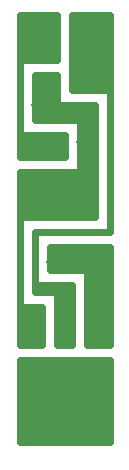
<source format=gbr>
%FSLAX34Y34*%
%MOMM*%
%LNSILK_TOP*%
G71*
G01*
%ADD10C, 1.80*%
%ADD11C, 0.60*%
%ADD12C, 2.80*%
%LPD*%
X66675Y365125D02*
G54D10*
D03*
X66675Y320675D02*
G54D10*
D03*
X41275Y320675D02*
G54D10*
D03*
X41275Y365125D02*
G54D10*
D03*
X34925Y301625D02*
G54D10*
D03*
G54D11*
X66675Y365125D02*
X72998Y342834D01*
X66675Y320675D01*
X73025Y269875D02*
G54D10*
D03*
X47625Y269875D02*
G54D10*
D03*
G54D11*
X41275Y320675D02*
X47625Y301625D01*
X66675Y288925D01*
X73025Y269875D01*
G54D11*
X73025Y269875D02*
X73025Y219075D01*
X15875Y219075D01*
G54D11*
X66675Y320675D02*
X92075Y320675D01*
X92075Y219075D01*
X47625Y168275D02*
G54D10*
D03*
X73025Y168275D02*
G54D10*
D03*
G54D11*
X47625Y168275D02*
X66675Y168275D01*
G54D11*
X73025Y168275D02*
X79375Y155575D01*
X79375Y117475D01*
G54D11*
X92075Y219075D02*
X92075Y193675D01*
X28575Y193675D01*
X28575Y142875D01*
X53975Y142875D01*
X53975Y117475D01*
X53975Y117475D02*
G54D10*
D03*
X79375Y117475D02*
G54D10*
D03*
X28575Y117475D02*
G54D10*
D03*
G54D11*
X15875Y219075D02*
X15875Y130175D01*
X28575Y117475D01*
G54D11*
X41275Y320675D02*
X34925Y301625D01*
G54D11*
X47625Y269875D02*
X15875Y269875D01*
G54D11*
X41275Y365125D02*
X22225Y365125D01*
X15875Y358775D01*
X15875Y269875D01*
G54D11*
X34953Y342834D02*
X41275Y365125D01*
G36*
X34925Y98425D02*
X15875Y98425D01*
X15875Y244475D01*
X66675Y244475D01*
X66675Y288925D01*
X28575Y288925D01*
X28575Y327025D01*
X47625Y327025D01*
X47625Y301625D01*
X79375Y301625D01*
X79375Y206375D01*
X15875Y206375D01*
X15875Y130175D01*
X34925Y130175D01*
X34925Y98425D01*
G37*
G54D11*
X34925Y98425D02*
X15875Y98425D01*
X15875Y244475D01*
X66675Y244475D01*
X66675Y288925D01*
X28575Y288925D01*
X28575Y327025D01*
X47625Y327025D01*
X47625Y301625D01*
X79375Y301625D01*
X79375Y206375D01*
X15875Y206375D01*
X15875Y130175D01*
X34925Y130175D01*
X34925Y98425D01*
G36*
X47625Y98425D02*
X47625Y142875D01*
X28575Y142875D01*
X28575Y149225D01*
X60325Y149225D01*
X60325Y98425D01*
X47625Y98425D01*
G37*
G54D11*
X47625Y98425D02*
X47625Y142875D01*
X28575Y142875D01*
X28575Y149225D01*
X60325Y149225D01*
X60325Y98425D01*
X47625Y98425D01*
G36*
X41275Y161925D02*
X73025Y161925D01*
X73025Y98425D01*
X92075Y98425D01*
X92075Y180975D01*
X41275Y180975D01*
X41275Y161925D01*
G37*
G54D11*
X41275Y161925D02*
X73025Y161925D01*
X73025Y98425D01*
X92075Y98425D01*
X92075Y180975D01*
X41275Y180975D01*
X41275Y161925D01*
G36*
X15875Y276225D02*
X53975Y276225D01*
X53975Y257175D01*
X15875Y257175D01*
X15875Y276225D01*
G37*
G54D11*
X15875Y276225D02*
X53975Y276225D01*
X53975Y257175D01*
X15875Y257175D01*
X15875Y276225D01*
G36*
X92075Y314325D02*
X60325Y314325D01*
X60325Y377825D01*
X92075Y377825D01*
X92075Y314325D01*
G37*
G54D11*
X92075Y314325D02*
X60325Y314325D01*
X60325Y377825D01*
X92075Y377825D01*
X92075Y314325D01*
G36*
X15875Y339725D02*
X47625Y339725D01*
X47625Y377825D01*
X15875Y377825D01*
X15875Y339725D01*
G37*
G54D11*
X15875Y339725D02*
X47625Y339725D01*
X47625Y377825D01*
X15875Y377825D01*
X15875Y339725D01*
X53975Y47625D02*
G54D12*
D03*
G36*
X15875Y85725D02*
X92075Y85725D01*
X92075Y15875D01*
X15875Y15875D01*
X15875Y85725D01*
G37*
G54D11*
X15875Y85725D02*
X92075Y85725D01*
X92075Y15875D01*
X15875Y15875D01*
X15875Y85725D01*
M02*

</source>
